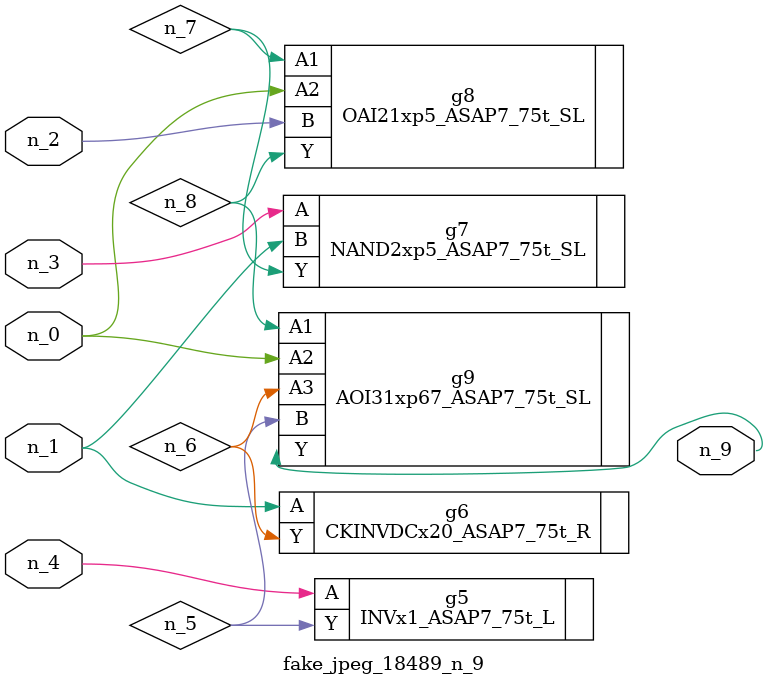
<source format=v>
module fake_jpeg_18489_n_9 (n_3, n_2, n_1, n_0, n_4, n_9);

input n_3;
input n_2;
input n_1;
input n_0;
input n_4;

output n_9;

wire n_8;
wire n_6;
wire n_5;
wire n_7;

INVx1_ASAP7_75t_L g5 ( 
.A(n_4),
.Y(n_5)
);

CKINVDCx20_ASAP7_75t_R g6 ( 
.A(n_1),
.Y(n_6)
);

NAND2xp5_ASAP7_75t_SL g7 ( 
.A(n_3),
.B(n_1),
.Y(n_7)
);

OAI21xp5_ASAP7_75t_SL g8 ( 
.A1(n_7),
.A2(n_0),
.B(n_2),
.Y(n_8)
);

AOI31xp67_ASAP7_75t_SL g9 ( 
.A1(n_8),
.A2(n_0),
.A3(n_6),
.B(n_5),
.Y(n_9)
);


endmodule
</source>
